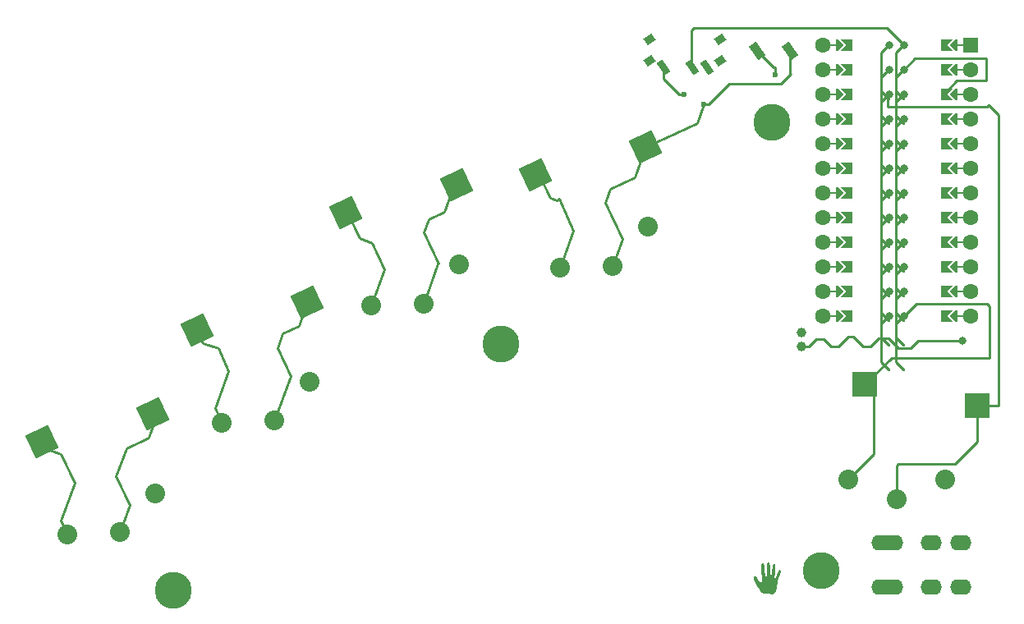
<source format=gbr>
%TF.GenerationSoftware,KiCad,Pcbnew,(6.0.7)*%
%TF.CreationDate,2022-08-09T03:43:16+01:00*%
%TF.ProjectId,digitsbest,64696769-7473-4626-9573-742e6b696361,v1.0.0*%
%TF.SameCoordinates,Original*%
%TF.FileFunction,Copper,L2,Bot*%
%TF.FilePolarity,Positive*%
%FSLAX46Y46*%
G04 Gerber Fmt 4.6, Leading zero omitted, Abs format (unit mm)*
G04 Created by KiCad (PCBNEW (6.0.7)) date 2022-08-09 03:43:16*
%MOMM*%
%LPD*%
G01*
G04 APERTURE LIST*
G04 Aperture macros list*
%AMRotRect*
0 Rectangle, with rotation*
0 The origin of the aperture is its center*
0 $1 length*
0 $2 width*
0 $3 Rotation angle, in degrees counterclockwise*
0 Add horizontal line*
21,1,$1,$2,0,0,$3*%
%AMFreePoly0*
4,1,6,0.600000,0.200000,0.000000,-0.400000,-0.600000,0.200000,-0.600000,0.400000,0.600000,0.400000,0.600000,0.200000,0.600000,0.200000,$1*%
%AMFreePoly1*
4,1,5,0.125000,-0.500000,-0.125000,-0.500000,-0.125000,0.500000,0.125000,0.500000,0.125000,-0.500000,0.125000,-0.500000,$1*%
%AMFreePoly2*
4,1,49,0.004773,0.123721,0.009154,0.124665,0.028961,0.117240,0.062500,0.108253,0.068237,0.102516,0.075053,0.099961,0.087617,0.083136,0.108253,0.062500,0.111178,0.051584,0.117161,0.043572,0.118539,0.024114,0.125000,0.000000,0.121239,-0.014035,0.122131,-0.026629,0.113759,-0.041951,0.108253,-0.062500,0.095644,-0.075109,0.088389,-0.088388,-0.641000,-0.817776,-0.641000,-4.770224,
0.088389,-5.499612,0.109852,-5.528356,0.124665,-5.597154,0.099961,-5.663053,0.043572,-5.705161,-0.026629,-5.710131,-0.088388,-5.676389,-0.854388,-4.910388,-0.867707,-4.892552,-0.871189,-4.889530,-0.871982,-4.886826,-0.875852,-4.881644,-0.882331,-4.851549,-0.891000,-4.822000,-0.891000,-0.766000,-0.887805,-0.743969,-0.888131,-0.739371,-0.886780,-0.736898,-0.885852,-0.730498,-0.869151,-0.704632,
-0.854388,-0.677612,-0.088388,0.088389,-0.064606,0.106147,-0.062500,0.108253,-0.061385,0.108552,-0.059644,0.109852,-0.043806,0.113262,0.000000,0.125000,0.004773,0.123721,0.004773,0.123721,$1*%
%AMFreePoly3*
4,1,6,0.600000,-0.250000,-0.600000,-0.250000,-0.600000,1.000000,0.000000,0.400000,0.600000,1.000000,0.600000,-0.250000,0.600000,-0.250000,$1*%
G04 Aperture macros list end*
%TA.AperFunction,ComponentPad*%
%ADD10C,3.800000*%
%TD*%
%TA.AperFunction,SMDPad,CuDef*%
%ADD11RotRect,0.900000X1.700000X35.000000*%
%TD*%
%TA.AperFunction,SMDPad,CuDef*%
%ADD12R,2.600000X2.600000*%
%TD*%
%TA.AperFunction,ComponentPad*%
%ADD13C,0.600000*%
%TD*%
%TA.AperFunction,ComponentPad*%
%ADD14O,2.200000X1.600000*%
%TD*%
%TA.AperFunction,SMDPad,CuDef*%
%ADD15RotRect,2.600000X2.600000X25.000000*%
%TD*%
%TA.AperFunction,ComponentPad*%
%ADD16C,1.000000*%
%TD*%
%TA.AperFunction,ComponentPad*%
%ADD17C,2.032000*%
%TD*%
%TA.AperFunction,SMDPad,CuDef*%
%ADD18FreePoly0,90.000000*%
%TD*%
%TA.AperFunction,ComponentPad*%
%ADD19C,1.600000*%
%TD*%
%TA.AperFunction,SMDPad,CuDef*%
%ADD20FreePoly1,90.000000*%
%TD*%
%TA.AperFunction,SMDPad,CuDef*%
%ADD21FreePoly0,270.000000*%
%TD*%
%TA.AperFunction,SMDPad,CuDef*%
%ADD22FreePoly1,270.000000*%
%TD*%
%TA.AperFunction,ComponentPad*%
%ADD23R,1.600000X1.600000*%
%TD*%
%TA.AperFunction,SMDPad,CuDef*%
%ADD24FreePoly2,270.000000*%
%TD*%
%TA.AperFunction,SMDPad,CuDef*%
%ADD25FreePoly3,90.000000*%
%TD*%
%TA.AperFunction,ComponentPad*%
%ADD26C,0.800000*%
%TD*%
%TA.AperFunction,SMDPad,CuDef*%
%ADD27FreePoly2,90.000000*%
%TD*%
%TA.AperFunction,SMDPad,CuDef*%
%ADD28FreePoly3,270.000000*%
%TD*%
%TA.AperFunction,SMDPad,CuDef*%
%ADD29RotRect,1.000000X0.800000X215.000000*%
%TD*%
%TA.AperFunction,SMDPad,CuDef*%
%ADD30RotRect,0.700000X1.500000X215.000000*%
%TD*%
%TA.AperFunction,ViaPad*%
%ADD31C,0.800000*%
%TD*%
%TA.AperFunction,Conductor*%
%ADD32C,0.250000*%
%TD*%
G04 APERTURE END LIST*
%TO.C,G\u002A\u002A\u002A*%
G36*
X161988448Y-142884324D02*
G01*
X162018952Y-142892604D01*
X162041997Y-142903760D01*
X162058969Y-142920651D01*
X162071255Y-142946138D01*
X162080240Y-142983078D01*
X162087309Y-143034333D01*
X162093749Y-143101607D01*
X162099349Y-143166126D01*
X162105199Y-143233260D01*
X162110703Y-143296180D01*
X162115265Y-143348058D01*
X162116368Y-143360541D01*
X162118452Y-143395587D01*
X162120139Y-143447265D01*
X162121386Y-143512204D01*
X162122153Y-143587032D01*
X162122396Y-143668376D01*
X162122073Y-143752864D01*
X162121736Y-143790710D01*
X162120656Y-143893386D01*
X162119822Y-143978013D01*
X162119272Y-144046548D01*
X162119048Y-144100950D01*
X162119190Y-144143176D01*
X162119736Y-144175184D01*
X162120728Y-144198932D01*
X162122205Y-144216378D01*
X162124207Y-144229479D01*
X162126775Y-144240193D01*
X162129947Y-144250477D01*
X162131200Y-144254317D01*
X162146305Y-144283709D01*
X162165182Y-144294703D01*
X162186282Y-144288188D01*
X162208058Y-144265051D01*
X162228961Y-144226183D01*
X162242063Y-144190664D01*
X162250455Y-144156604D01*
X162259360Y-144107815D01*
X162268109Y-144049541D01*
X162276034Y-143987026D01*
X162282468Y-143925515D01*
X162286742Y-143870251D01*
X162288193Y-143828485D01*
X162290712Y-143794409D01*
X162297533Y-143747742D01*
X162307551Y-143695157D01*
X162317244Y-143652843D01*
X162327366Y-143611693D01*
X162335764Y-143575823D01*
X162343149Y-143541424D01*
X162350236Y-143504686D01*
X162357735Y-143461797D01*
X162366361Y-143408948D01*
X162376826Y-143342330D01*
X162384007Y-143295953D01*
X162397933Y-143215391D01*
X162412442Y-143152379D01*
X162428403Y-143104458D01*
X162446684Y-143069173D01*
X162468152Y-143044067D01*
X162475010Y-143038406D01*
X162518225Y-143015508D01*
X162560553Y-143011633D01*
X162599722Y-143025846D01*
X162633461Y-143057209D01*
X162659498Y-143104787D01*
X162663565Y-143116117D01*
X162668859Y-143134577D01*
X162672470Y-143154984D01*
X162674461Y-143180492D01*
X162674897Y-143214260D01*
X162673842Y-143259442D01*
X162671361Y-143319195D01*
X162668772Y-143372103D01*
X162661186Y-143517189D01*
X162653979Y-143644078D01*
X162646975Y-143754576D01*
X162639998Y-143850487D01*
X162632870Y-143933614D01*
X162625416Y-144005762D01*
X162617457Y-144068736D01*
X162608817Y-144124340D01*
X162599319Y-144174377D01*
X162588786Y-144220652D01*
X162583621Y-144240887D01*
X162569604Y-144300693D01*
X162558965Y-144359387D01*
X162552255Y-144412528D01*
X162550023Y-144455675D01*
X162552823Y-144484388D01*
X162553241Y-144485806D01*
X162566302Y-144504423D01*
X162588955Y-144521322D01*
X162589930Y-144521835D01*
X162611757Y-144531462D01*
X162625973Y-144530230D01*
X162640344Y-144519224D01*
X162660236Y-144494218D01*
X162685057Y-144451076D01*
X162714273Y-144390909D01*
X162747350Y-144314829D01*
X162783752Y-144223947D01*
X162788787Y-144210876D01*
X162811597Y-144152403D01*
X162835163Y-144093685D01*
X162857191Y-144040331D01*
X162875386Y-143997954D01*
X162880867Y-143985787D01*
X162901898Y-143936986D01*
X162923891Y-143881089D01*
X162942095Y-143830174D01*
X162942138Y-143830045D01*
X162969291Y-143764870D01*
X163001699Y-143716036D01*
X163038345Y-143684671D01*
X163078216Y-143671905D01*
X163084661Y-143671663D01*
X163109513Y-143674675D01*
X163131273Y-143686246D01*
X163156792Y-143710174D01*
X163159720Y-143713292D01*
X163183930Y-143742513D01*
X163195661Y-143767242D01*
X163198538Y-143792824D01*
X163196016Y-143830014D01*
X163189137Y-143880846D01*
X163178904Y-143939688D01*
X163166316Y-144000905D01*
X163152375Y-144058862D01*
X163149094Y-144071097D01*
X163136368Y-144111666D01*
X163116966Y-144166276D01*
X163092569Y-144230789D01*
X163064858Y-144301066D01*
X163035518Y-144372970D01*
X163006230Y-144442363D01*
X162978675Y-144505108D01*
X162954538Y-144557067D01*
X162939132Y-144587505D01*
X162918723Y-144628808D01*
X162901256Y-144670224D01*
X162890096Y-144703677D01*
X162889186Y-144707452D01*
X162883155Y-144743600D01*
X162876775Y-144799311D01*
X162870082Y-144874144D01*
X162863111Y-144967657D01*
X162855900Y-145079410D01*
X162848482Y-145208960D01*
X162848402Y-145210443D01*
X162844176Y-145281985D01*
X162839745Y-145338792D01*
X162834353Y-145386129D01*
X162827244Y-145429261D01*
X162817665Y-145473452D01*
X162804859Y-145523969D01*
X162801770Y-145535571D01*
X162775074Y-145628051D01*
X162745655Y-145717252D01*
X162714894Y-145799616D01*
X162684173Y-145871586D01*
X162654872Y-145929607D01*
X162638305Y-145956601D01*
X162574158Y-146033887D01*
X162496862Y-146096119D01*
X162406277Y-146143412D01*
X162398910Y-146146372D01*
X162343400Y-146164332D01*
X162291527Y-146171361D01*
X162236693Y-146167575D01*
X162172302Y-146153091D01*
X162163144Y-146150502D01*
X162111069Y-146135632D01*
X162054725Y-146119716D01*
X162004774Y-146105762D01*
X161996388Y-146103444D01*
X161919668Y-146082285D01*
X161826321Y-146104619D01*
X161746876Y-146120268D01*
X161681297Y-146125436D01*
X161626458Y-146120201D01*
X161592920Y-146110440D01*
X161564720Y-146100235D01*
X161524709Y-146086483D01*
X161480151Y-146071667D01*
X161466006Y-146067070D01*
X161361651Y-146025131D01*
X161272453Y-145971108D01*
X161196733Y-145903731D01*
X161132816Y-145821730D01*
X161124246Y-145808258D01*
X161098785Y-145768480D01*
X161065284Y-145718001D01*
X161027451Y-145662316D01*
X160988995Y-145606919D01*
X160974515Y-145586417D01*
X160932560Y-145526228D01*
X160887575Y-145459734D01*
X160841582Y-145390108D01*
X160796605Y-145320518D01*
X160754666Y-145254135D01*
X160717787Y-145194130D01*
X160687992Y-145143673D01*
X160667304Y-145105933D01*
X160664944Y-145101226D01*
X160652263Y-145074134D01*
X160633957Y-145033304D01*
X160612109Y-144983462D01*
X160588802Y-144929334D01*
X160578948Y-144906149D01*
X160552948Y-144846785D01*
X160524482Y-144785206D01*
X160496588Y-144727780D01*
X160472300Y-144680876D01*
X160466876Y-144671057D01*
X160433143Y-144605063D01*
X160411632Y-144546448D01*
X160400393Y-144488463D01*
X160397449Y-144430705D01*
X160400338Y-144388297D01*
X160411046Y-144359437D01*
X160432631Y-144341441D01*
X160468151Y-144331627D01*
X160515038Y-144327548D01*
X160558833Y-144326532D01*
X160590737Y-144329134D01*
X160618738Y-144336693D01*
X160650000Y-144350158D01*
X160704726Y-144382847D01*
X160751849Y-144426574D01*
X160793270Y-144483798D01*
X160830889Y-144556975D01*
X160854056Y-144613865D01*
X160883180Y-144672964D01*
X160923288Y-144729427D01*
X160927715Y-144734581D01*
X160958874Y-144772206D01*
X160993501Y-144817108D01*
X161024236Y-144859738D01*
X161024963Y-144860798D01*
X161063131Y-144910353D01*
X161100531Y-144947474D01*
X161134700Y-144970033D01*
X161158823Y-144976177D01*
X161180729Y-144967648D01*
X161206137Y-144944966D01*
X161230953Y-144912485D01*
X161248223Y-144881083D01*
X161257393Y-144850133D01*
X161264920Y-144803694D01*
X161270657Y-144746229D01*
X161274457Y-144682201D01*
X161276170Y-144616073D01*
X161275648Y-144552309D01*
X161272744Y-144495372D01*
X161267310Y-144449723D01*
X161263165Y-144430962D01*
X161256260Y-144400027D01*
X161250871Y-144359971D01*
X161246766Y-144307966D01*
X161243712Y-144241187D01*
X161241773Y-144170860D01*
X161239913Y-144104534D01*
X161237377Y-144040432D01*
X161234394Y-143982994D01*
X161231195Y-143936659D01*
X161228013Y-143905867D01*
X161227997Y-143905755D01*
X161223763Y-143874307D01*
X161217885Y-143827685D01*
X161210938Y-143770597D01*
X161203496Y-143707754D01*
X161197477Y-143655657D01*
X161189794Y-143585756D01*
X161184630Y-143529698D01*
X161181826Y-143481499D01*
X161181219Y-143435176D01*
X161182649Y-143384743D01*
X161185954Y-143324218D01*
X161187787Y-143295515D01*
X161192136Y-143236382D01*
X161197005Y-143182492D01*
X161201972Y-143137744D01*
X161206613Y-143106039D01*
X161209730Y-143092889D01*
X161231068Y-143059098D01*
X161265493Y-143027368D01*
X161306374Y-143003158D01*
X161328335Y-142995257D01*
X161378674Y-142990668D01*
X161423613Y-143005065D01*
X161462545Y-143038008D01*
X161494866Y-143089059D01*
X161510593Y-143127507D01*
X161516573Y-143147949D01*
X161521515Y-143173209D01*
X161525642Y-143205896D01*
X161529179Y-143248622D01*
X161532350Y-143303997D01*
X161535379Y-143374632D01*
X161537907Y-143445574D01*
X161543408Y-143576389D01*
X161550493Y-143687809D01*
X161559205Y-143780386D01*
X161567290Y-143840730D01*
X161575351Y-143897874D01*
X161581932Y-143955893D01*
X161586330Y-144007807D01*
X161587847Y-144044991D01*
X161593282Y-144150335D01*
X161609524Y-144239708D01*
X161636800Y-144314120D01*
X161656192Y-144348430D01*
X161677759Y-144375739D01*
X161696090Y-144384113D01*
X161713617Y-144373804D01*
X161726610Y-144355768D01*
X161736233Y-144329004D01*
X161744344Y-144283788D01*
X161750894Y-144221622D01*
X161755830Y-144144008D01*
X161759101Y-144052448D01*
X161760657Y-143948445D01*
X161760445Y-143833500D01*
X161758416Y-143709117D01*
X161754516Y-143576797D01*
X161753828Y-143557996D01*
X161750819Y-143458006D01*
X161750147Y-143373814D01*
X161752075Y-143301316D01*
X161756863Y-143236412D01*
X161764773Y-143174997D01*
X161776066Y-143112971D01*
X161784731Y-143073068D01*
X161806610Y-143005495D01*
X161837590Y-142950975D01*
X161875983Y-142911069D01*
X161920100Y-142887342D01*
X161968254Y-142881358D01*
X161988448Y-142884324D01*
G37*
%TD*%
D10*
%TO.P,,1*%
%TO.N,N/C*%
X100584000Y-145796000D03*
%TD*%
%TO.P,,1*%
%TO.N,N/C*%
X134366000Y-120396000D03*
%TD*%
%TO.P,,1*%
%TO.N,N/C*%
X162306000Y-97536000D03*
%TD*%
%TO.P,REF\u002A\u002A,1*%
%TO.N,N/C*%
X167386000Y-143764000D03*
%TD*%
D11*
%TO.P,,1*%
%TO.N,RST*%
X160797804Y-90148758D03*
%TO.P,,2*%
%TO.N,GND*%
X164197804Y-90148758D03*
%TD*%
D12*
%TO.P,S9,1*%
%TO.N,P10*%
X171884717Y-124539275D03*
%TO.P,S9,2*%
%TO.N,GND*%
X183434717Y-126739275D03*
%TD*%
D13*
%TO.P,REF\u002A\u002A,1*%
%TO.N,GND*%
X155300735Y-95628395D03*
%TD*%
D14*
%TO.P,REF\u002A\u002A,1*%
%TO.N,GND*%
X173660756Y-140853232D03*
X173660756Y-145453232D03*
%TO.P,REF\u002A\u002A,2*%
X174760756Y-145453232D03*
X174760756Y-140853232D03*
%TO.P,REF\u002A\u002A,3*%
%TO.N,P2*%
X178760756Y-145453232D03*
X178760756Y-140853232D03*
%TO.P,REF\u002A\u002A,4*%
%TO.N,VCC*%
X181760756Y-145453232D03*
X181760756Y-140853232D03*
%TD*%
D15*
%TO.P,S5,1*%
%TO.N,P8*%
X103007162Y-118918741D03*
%TO.P,S5,2*%
%TO.N,GND*%
X114404777Y-116031378D03*
%TD*%
%TO.P,S1,1*%
%TO.N,P6*%
X137875034Y-102939847D03*
%TO.P,S1,2*%
%TO.N,GND*%
X149272649Y-100052484D03*
%TD*%
D16*
%TO.P,,1*%
%TO.N,pos*%
X165354000Y-120638000D03*
%TO.P,,2*%
%TO.N,GND*%
X165354000Y-119138000D03*
%TD*%
D17*
%TO.P,S2,1*%
%TO.N,P6*%
X149495259Y-108279182D03*
X140432181Y-112505365D03*
%TO.P,S2,2*%
%TO.N,GND*%
X145851219Y-112295520D03*
X145851219Y-112295520D03*
%TD*%
%TO.P,S6,1*%
%TO.N,P8*%
X105564309Y-128484259D03*
X114627387Y-124258076D03*
%TO.P,S6,2*%
%TO.N,GND*%
X110983347Y-128274414D03*
X110983347Y-128274414D03*
%TD*%
D18*
%TO.P,MCU1,*%
%TO.N,*%
X169317718Y-104759276D03*
D19*
X182779718Y-89519276D03*
D18*
X169317718Y-107299276D03*
D19*
X182779718Y-114919276D03*
D20*
X168809718Y-112379276D03*
X168809718Y-89519276D03*
X168809718Y-92059276D03*
D21*
X181001718Y-97139276D03*
D22*
X181509718Y-107299276D03*
X181509718Y-92059276D03*
D21*
X181001718Y-114919276D03*
D19*
X167539718Y-104759276D03*
X182779718Y-94599276D03*
D18*
X169317718Y-92059276D03*
X169317718Y-94599276D03*
D19*
X182779718Y-112379276D03*
D20*
X168809718Y-114919276D03*
D19*
X167539718Y-114919276D03*
D20*
X168809718Y-102219276D03*
D18*
X169317718Y-97139276D03*
D21*
X181001718Y-104759276D03*
D18*
X169317718Y-112379276D03*
X169317718Y-117459276D03*
D19*
X182779718Y-92059276D03*
D20*
X168809718Y-104759276D03*
X168809718Y-109839276D03*
D22*
X181509718Y-114919276D03*
D19*
X182779718Y-104759276D03*
D22*
X181509718Y-102219276D03*
D21*
X181001718Y-102219276D03*
D20*
X168809718Y-97139276D03*
D19*
X167539718Y-94599276D03*
X167539718Y-92059276D03*
D21*
X181001718Y-117459276D03*
X181001718Y-107299276D03*
D19*
X182779718Y-109839276D03*
D22*
X181509718Y-94599276D03*
X181509718Y-104759276D03*
D19*
X167539718Y-107299276D03*
X167539718Y-99679276D03*
D18*
X169317718Y-114919276D03*
D21*
X181001718Y-99679276D03*
D20*
X168809718Y-117459276D03*
D21*
X181001718Y-94599276D03*
D19*
X182779718Y-107299276D03*
D21*
X181001718Y-109839276D03*
D22*
X181509718Y-99679276D03*
D18*
X169317718Y-99679276D03*
D19*
X167539718Y-89519276D03*
X167539718Y-102219276D03*
D20*
X168809718Y-94599276D03*
D19*
X182779718Y-102219276D03*
D21*
X181001718Y-112379276D03*
D22*
X181509718Y-117459276D03*
D19*
X167539718Y-117459276D03*
D23*
X182779718Y-89519276D03*
D19*
X182779718Y-97139276D03*
D18*
X169317718Y-89519276D03*
X169317718Y-102219276D03*
D19*
X167539718Y-112379276D03*
X182779718Y-117459276D03*
X167539718Y-97139276D03*
D22*
X181509718Y-109839276D03*
D20*
X168809718Y-99679276D03*
D22*
X181509718Y-112379276D03*
D21*
X181001718Y-92059276D03*
X181001718Y-89519276D03*
D22*
X181509718Y-89519276D03*
D18*
X169317718Y-109839276D03*
D22*
X181509718Y-97139276D03*
D19*
X167539718Y-109839276D03*
X182779718Y-99679276D03*
D20*
X168809718Y-107299276D03*
D24*
%TO.P,MCU1,1*%
%TO.N,RAW*%
X175921718Y-89519276D03*
D25*
X170333718Y-89519276D03*
D26*
X175921718Y-89519276D03*
D25*
%TO.P,MCU1,2*%
%TO.N,N/C*%
X170333718Y-92059276D03*
D24*
%TO.N,GND*%
X175921718Y-92059276D03*
D26*
X175921718Y-92059276D03*
%TO.P,MCU1,3*%
%TO.N,RST*%
X175921718Y-94599276D03*
D25*
X170333718Y-94599276D03*
D24*
X175921718Y-94599276D03*
%TO.P,MCU1,4*%
%TO.N,VCC*%
X175921718Y-97139276D03*
D26*
X175921718Y-97139276D03*
D25*
X170333718Y-97139276D03*
D24*
%TO.P,MCU1,5*%
%TO.N,P21*%
X175921718Y-99679276D03*
D25*
X170333718Y-99679276D03*
D26*
X175921718Y-99679276D03*
%TO.P,MCU1,6*%
%TO.N,P20*%
X175921718Y-102219276D03*
D25*
X170333718Y-102219276D03*
D24*
X175921718Y-102219276D03*
%TO.P,MCU1,7*%
%TO.N,P19*%
X175921718Y-104759276D03*
D26*
X175921718Y-104759276D03*
D25*
X170333718Y-104759276D03*
%TO.P,MCU1,8*%
%TO.N,P18*%
X170333718Y-107299276D03*
D24*
X175921718Y-107299276D03*
D26*
X175921718Y-107299276D03*
%TO.P,MCU1,9*%
%TO.N,P15*%
X175921718Y-109839276D03*
D24*
X175921718Y-109839276D03*
D25*
X170333718Y-109839276D03*
D24*
%TO.P,MCU1,10*%
%TO.N,P14*%
X175921718Y-112379276D03*
D26*
X175921718Y-112379276D03*
D25*
X170333718Y-112379276D03*
D24*
%TO.P,MCU1,11*%
%TO.N,P16*%
X175921718Y-114919276D03*
D26*
X175921718Y-114919276D03*
D25*
X170333718Y-114919276D03*
D24*
%TO.P,MCU1,12*%
%TO.N,P10*%
X175921718Y-117459276D03*
D25*
X170333718Y-117459276D03*
D26*
X175921718Y-117459276D03*
D27*
%TO.P,MCU1,13*%
%TO.N,P9*%
X174397718Y-117459276D03*
D26*
X174397718Y-117459276D03*
D28*
X179985718Y-117459276D03*
D26*
%TO.P,MCU1,14*%
%TO.N,P8*%
X174397718Y-114919276D03*
D27*
X174397718Y-114919276D03*
D28*
X179985718Y-114919276D03*
D27*
%TO.P,MCU1,15*%
%TO.N,P7*%
X174397718Y-112379276D03*
D26*
X174397718Y-112379276D03*
D28*
X179985718Y-112379276D03*
%TO.P,MCU1,16*%
%TO.N,P6*%
X179985718Y-109839276D03*
D26*
X174397718Y-109839276D03*
D27*
X174397718Y-109839276D03*
%TO.P,MCU1,17*%
%TO.N,P5*%
X174397718Y-107299276D03*
D26*
X174397718Y-107299276D03*
D28*
X179985718Y-107299276D03*
D27*
%TO.P,MCU1,18*%
%TO.N,P4*%
X174397718Y-104759276D03*
D28*
X179985718Y-104759276D03*
D26*
X174397718Y-104759276D03*
D27*
%TO.P,MCU1,19*%
%TO.N,P3*%
X174397718Y-102219276D03*
D28*
X179985718Y-102219276D03*
D26*
X174397718Y-102219276D03*
D27*
%TO.P,MCU1,20*%
%TO.N,P2*%
X174397718Y-99679276D03*
D28*
X179985718Y-99679276D03*
D26*
X174397718Y-99679276D03*
D28*
%TO.P,MCU1,21*%
%TO.N,GND*%
X179985718Y-97139276D03*
D26*
X174397718Y-97139276D03*
D27*
X174397718Y-97139276D03*
D26*
%TO.P,MCU1,22*%
X174397718Y-94599276D03*
D28*
X179985718Y-94599276D03*
D27*
X174397718Y-94599276D03*
%TO.P,MCU1,23*%
%TO.N,P0*%
X174397718Y-92059276D03*
D28*
X179985718Y-92059276D03*
D26*
X174397718Y-92059276D03*
%TO.P,MCU1,24*%
%TO.N,P1*%
X174397718Y-89519276D03*
D28*
X179985718Y-89519276D03*
D27*
X174397718Y-89519276D03*
%TD*%
D17*
%TO.P,S8,1*%
%TO.N,P9*%
X98686407Y-135749698D03*
X89623329Y-139975881D03*
%TO.P,S8,2*%
%TO.N,GND*%
X95042367Y-139766036D03*
X95042367Y-139766036D03*
%TD*%
%TO.P,S10,1*%
%TO.N,P10*%
X170159717Y-134289275D03*
X180159717Y-134289275D03*
%TO.P,S10,2*%
%TO.N,GND*%
X175159717Y-136389275D03*
X175159717Y-136389275D03*
%TD*%
D29*
%TO.P,,*%
%TO.N,*%
X156992105Y-91138121D03*
X156992105Y-88928121D03*
X149692105Y-88928121D03*
X149692105Y-91138121D03*
D30*
%TO.P,,1*%
%TO.N,pos*%
X151092105Y-91788121D03*
%TO.P,,2*%
%TO.N,RAW*%
X154092105Y-91788121D03*
%TO.P,,3*%
%TO.N,N/C*%
X155592105Y-91788121D03*
%TD*%
D13*
%TO.P,REF\u002A\u002A,1*%
%TO.N,RST*%
X162608754Y-92621231D03*
%TD*%
D15*
%TO.P,S3,1*%
%TO.N,P7*%
X118391668Y-106834790D03*
%TO.P,S3,2*%
%TO.N,GND*%
X129789283Y-103947427D03*
%TD*%
%TO.P,S7,1*%
%TO.N,P9*%
X87066182Y-130410363D03*
%TO.P,S7,2*%
%TO.N,GND*%
X98463797Y-127523000D03*
%TD*%
D13*
%TO.P,REF\u002A\u002A,1*%
%TO.N,pos*%
X153210756Y-94653230D03*
%TD*%
D17*
%TO.P,S4,1*%
%TO.N,P7*%
X120948815Y-116400308D03*
X130011893Y-112174125D03*
%TO.P,S4,2*%
%TO.N,GND*%
X126367853Y-116190463D03*
X126367853Y-116190463D03*
%TD*%
D31*
%TO.N,pos*%
X181912757Y-120053231D03*
%TD*%
D32*
%TO.N,pos*%
X166104000Y-120638000D02*
X165354000Y-120638000D01*
X166116000Y-120650000D02*
X166104000Y-120638000D01*
X166878000Y-119888000D02*
X166116000Y-120650000D01*
X167640000Y-119888000D02*
X166878000Y-119888000D01*
X168402000Y-120650000D02*
X167640000Y-119888000D01*
X170180000Y-119634000D02*
X169164000Y-120650000D01*
X169164000Y-120650000D02*
X168402000Y-120650000D01*
X171704000Y-120650000D02*
X170688000Y-119634000D01*
X172466000Y-120650000D02*
X171704000Y-120650000D01*
X173316768Y-119799232D02*
X172466000Y-120650000D01*
X170688000Y-119634000D02*
X170180000Y-119634000D01*
X174316757Y-119799232D02*
X173316768Y-119799232D01*
%TO.N,GND*%
X129474797Y-104094077D02*
X128520963Y-106714720D01*
X127920948Y-112039153D02*
X127870195Y-112062819D01*
X184492724Y-95923276D02*
X174244000Y-95923276D01*
X174244000Y-94752994D02*
X174397718Y-94599276D01*
X154593579Y-97571295D02*
X155300735Y-95628395D01*
X128520963Y-106714720D02*
X126909547Y-107466134D01*
X113497861Y-118523117D02*
X114404778Y-116031380D01*
X183434719Y-130447003D02*
X181186317Y-132695403D01*
X164197806Y-92492478D02*
X164197805Y-90148762D01*
X155769306Y-95628391D02*
X157868514Y-93529185D01*
X185667275Y-126739275D02*
X185674000Y-126746000D01*
X111868350Y-119282968D02*
X113497861Y-118523117D01*
X184658000Y-95758000D02*
X184492724Y-95923276D01*
X126418119Y-108816321D02*
X127920948Y-112039153D01*
X181366994Y-93218000D02*
X184404000Y-93218000D01*
X174244000Y-95923276D02*
X174244000Y-94752994D01*
X164218513Y-92513187D02*
X164197806Y-92492478D01*
X129789286Y-103947429D02*
X129474797Y-104094077D01*
X112672632Y-123633146D02*
X111331676Y-120757469D01*
X96053039Y-136989240D02*
X94666443Y-134015679D01*
X185674000Y-96774000D02*
X184658000Y-95758000D01*
X111331676Y-120757469D02*
X111868350Y-119282968D01*
X175159716Y-132880008D02*
X175159714Y-136389273D01*
X145631002Y-104341336D02*
X145112249Y-105766608D01*
X181186317Y-132695403D02*
X175344316Y-132695399D01*
X149272649Y-100052485D02*
X154593579Y-97571295D01*
X95042369Y-139766035D02*
X96053039Y-136989240D01*
X185674000Y-126746000D02*
X185674000Y-96774000D01*
X155300735Y-95628395D02*
X155769306Y-95628391D01*
X98039833Y-129998668D02*
X98731754Y-128097632D01*
X110983347Y-128274416D02*
X112672632Y-123633146D01*
X98731754Y-128097632D02*
X98463801Y-127522999D01*
X183434710Y-126739276D02*
X183434719Y-130447003D01*
X95737814Y-131072119D02*
X98039833Y-129998668D01*
X183434717Y-126739275D02*
X185667275Y-126739275D01*
X94666443Y-134015679D02*
X95737814Y-131072119D01*
X175344316Y-132695399D02*
X175159716Y-132880008D01*
X184404000Y-90932000D02*
X177048994Y-90932000D01*
X148136949Y-103172793D02*
X145631002Y-104341336D01*
X126909547Y-107466134D02*
X126418119Y-108816321D01*
X149272649Y-100052485D02*
X148136949Y-103172793D01*
X177048994Y-90932000D02*
X175921718Y-92059276D01*
X127870195Y-112062819D02*
X126367856Y-116190463D01*
X179985718Y-94599276D02*
X181366994Y-93218000D01*
X157868514Y-93529185D02*
X163202511Y-93529186D01*
X163202511Y-93529186D02*
X164218513Y-92513187D01*
X146861890Y-109518729D02*
X145851221Y-112295521D01*
X184404000Y-93218000D02*
X184404000Y-90932000D01*
X145112249Y-105766608D02*
X146861890Y-109518729D01*
%TO.N,P9*%
X87382744Y-131089233D02*
X89016651Y-131683925D01*
X89016651Y-131683925D02*
X90412135Y-134676555D01*
X88983080Y-138602858D02*
X89623333Y-139975881D01*
X90412135Y-134676555D02*
X88983080Y-138602858D01*
X87066185Y-130410364D02*
X87382744Y-131089233D01*
%TO.N,RAW*%
X174139841Y-87737403D02*
X175921717Y-89519274D01*
X154008319Y-87991402D02*
X154262315Y-87737402D01*
X154262315Y-87737402D02*
X174139841Y-87737403D01*
X154008319Y-91704340D02*
X154008319Y-87991402D01*
X154092096Y-91788123D02*
X154008319Y-91704340D01*
%TO.N,RST*%
X162508277Y-91859230D02*
X162608755Y-91859230D01*
X162608755Y-91859230D02*
X162608754Y-92621231D01*
X160797804Y-90148759D02*
X162508277Y-91859230D01*
%TO.N,P10*%
X171884717Y-124539277D02*
X174650590Y-121773398D01*
X184488321Y-116185402D02*
X177195589Y-116185399D01*
X172804315Y-131679405D02*
X170194444Y-134289272D01*
X184742315Y-121773399D02*
X184742322Y-116439401D01*
X184742322Y-116439401D02*
X184488321Y-116185402D01*
X170194444Y-134289272D02*
X170159718Y-134289278D01*
X174650590Y-121773398D02*
X184742315Y-121773399D01*
X172804318Y-125458880D02*
X172804315Y-131679405D01*
X171884717Y-124539277D02*
X172804318Y-125458880D01*
X177195589Y-116185399D02*
X175921717Y-117459273D01*
%TO.N,P6*%
X140332446Y-105404657D02*
X141839961Y-108637528D01*
X138449229Y-103148838D02*
X139438545Y-105270433D01*
X140343842Y-105408803D02*
X140332446Y-105404657D01*
X137875035Y-102939849D02*
X138449229Y-103148838D01*
X140113641Y-105516149D02*
X140343842Y-105408803D01*
X139438545Y-105270433D02*
X140113641Y-105516149D01*
X141839961Y-108637528D02*
X140432182Y-112505366D01*
%TO.N,P7*%
X118464223Y-106635451D02*
X119780682Y-109458601D01*
X119780682Y-109458601D02*
X121047144Y-109919558D01*
X121047144Y-109919558D02*
X122316691Y-112642103D01*
X122316691Y-112642103D02*
X120948814Y-116400308D01*
X118391671Y-106834792D02*
X118464223Y-106635451D01*
%TO.N,P8*%
X105193778Y-120817038D02*
X106267231Y-123119059D01*
X106267231Y-123119059D02*
X104862357Y-126978917D01*
X103626319Y-120246529D02*
X105193778Y-120817038D01*
X103007161Y-118918745D02*
X103626319Y-120246529D01*
X104862357Y-126978917D02*
X105564309Y-128484261D01*
%TO.N,pos*%
X151092104Y-91788121D02*
X151092106Y-93042580D01*
X175308757Y-120791232D02*
X174316757Y-119799232D01*
X151092106Y-93042580D02*
X152702754Y-94653231D01*
X181912757Y-120053231D02*
X177340753Y-120053231D01*
X175308756Y-120815231D02*
X175308757Y-120791232D01*
X177340753Y-120053231D02*
X176578757Y-120815230D01*
X176578757Y-120815230D02*
X175308756Y-120815231D01*
X152702754Y-94653231D02*
X153210756Y-94653230D01*
%TD*%
M02*

</source>
